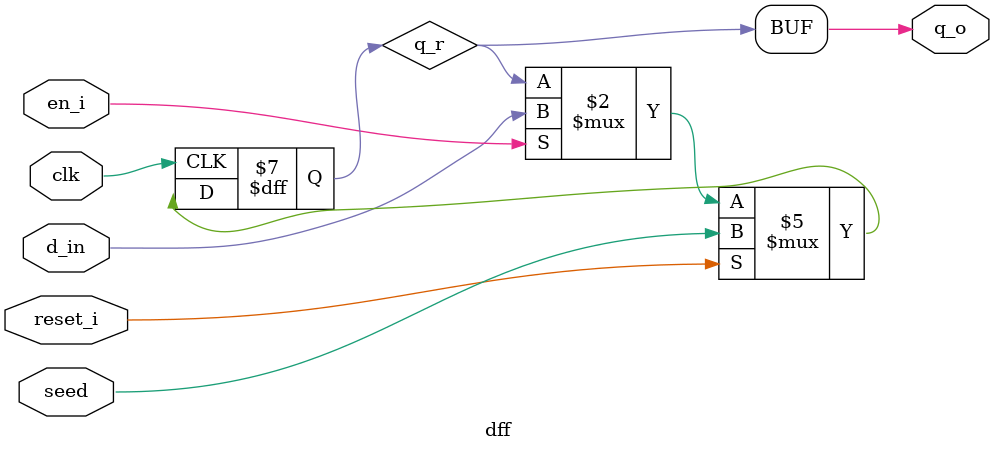
<source format=v>
`default_nettype none

module dff (
    input [0:0] clk,
    input [0:0] en_i,
    input [0:0] d_in,
    input [0:0] seed,
    input [0:0] reset_i,
    output[0:0] q_o
);

//internal reg
reg [0:0] q_r;



always @(posedge clk) begin
    if (reset_i) begin
        q_r <= seed;  // feed the seed into it 
    end else if (en_i) begin // can also just switch it to a basic else instead of en_i 
        q_r <= d_in;
    end
end




assign q_o = q_r;
endmodule
</source>
